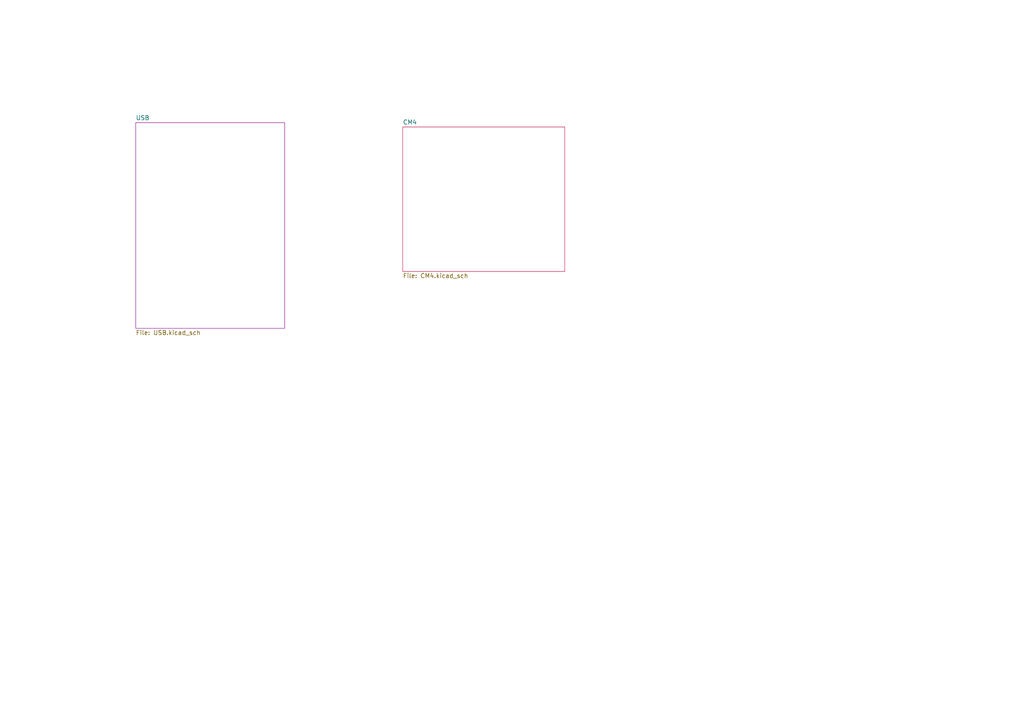
<source format=kicad_sch>
(kicad_sch (version 20201015) (generator eeschema)
  (paper "A4")
  (title_block (title "Light Blue") (date "2021-01-12") (rev "0.1") (company "Nabu Casa") (comment 2 "www.nabucasa.com"))
  (lib_symbols)
  (sheet (at 116.84 36.83) (size 46.99 41.91) (stroke (width 0.001) (color 187 17 66 1)) (fill (color 255 255 255 0.0000))
    (property "Sheet name" "CM4" (at 116.84 36.1941 0) (effects (justify left bottom)))
    (property "Sheet file" "CM4.kicad_sch" (at 116.84 79.2489 0) (effects (justify left top)))
  )
  (sheet (at 39.37 35.56) (size 43.18 59.69) (stroke (width 0.001) (color 132 0 132 1)) (fill (color 255 255 255 0.0000))
    (property "Sheet name" "USB" (at 39.37 34.9241 0) (effects (justify left bottom)))
    (property "Sheet file" "USB.kicad_sch" (at 39.37 95.7589 0) (effects (justify left top)))
  )
)
</source>
